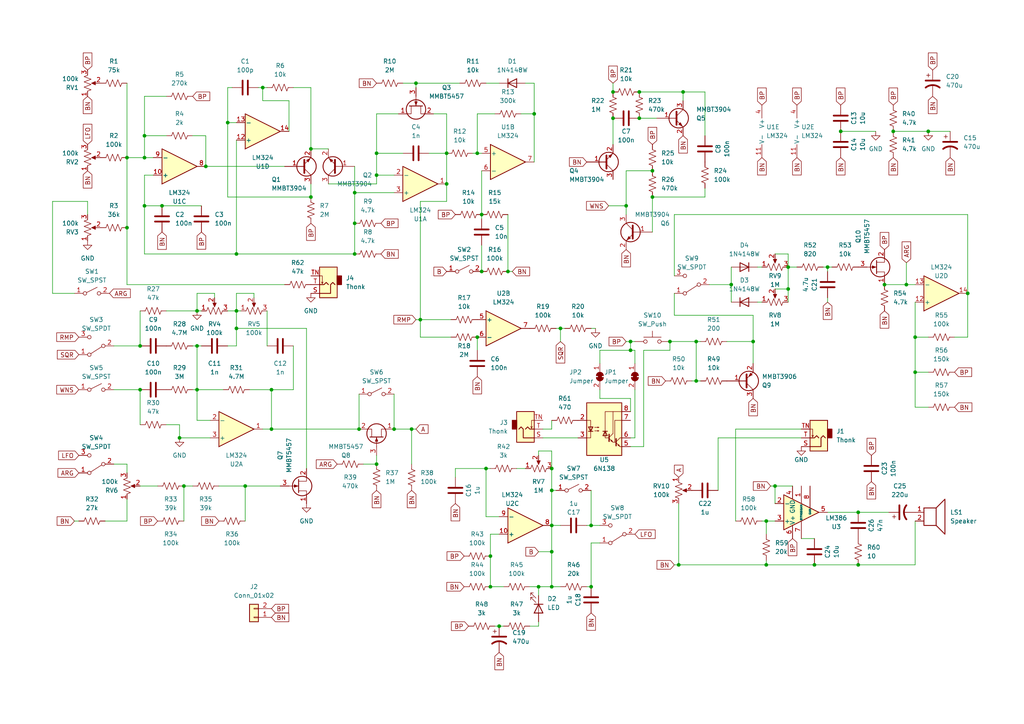
<source format=kicad_sch>
(kicad_sch (version 20230121) (generator eeschema)
  (paper "A4")
  (junction (at 138.43 97.79))
  (junction (at 265.43 107.95))
  (junction (at 109.22 134.62))
  (junction (at 256.54 82.55))
  (junction (at 182.88 99.06))
  (junction (at 119.38 124.46))
  (junction (at 228.6 77.47))
  (junction (at 218.44 99.06))
  (junction (at 78.74 124.46))
  (junction (at 171.45 170.18))
  (junction (at 269.24 38.1))
  (junction (at 129.54 44.45))
  (junction (at 212.09 82.55))
  (junction (at 121.92 92.71))
  (junction (at 109.22 50.8))
  (junction (at 224.79 140.97))
  (junction (at 228.6 83.82))
  (junction (at 198.12 26.67))
  (junction (at 265.43 97.79))
  (junction (at 147.32 78.74))
  (junction (at 76.2 25.4))
  (junction (at 177.8 34.29))
  (junction (at 68.58 95.25))
  (junction (at 171.45 152.4))
  (junction (at 36.83 45.72))
  (junction (at 162.56 95.25))
  (junction (at 68.58 90.17))
  (junction (at 160.02 160.02))
  (junction (at 57.15 113.03))
  (junction (at 57.15 90.17))
  (junction (at 90.17 57.15))
  (junction (at 259.08 38.1))
  (junction (at 142.24 161.29))
  (junction (at 129.54 53.34))
  (junction (at 181.61 59.69))
  (junction (at 36.83 66.04))
  (junction (at 66.04 35.56))
  (junction (at 120.65 24.13))
  (junction (at 160.02 152.4))
  (junction (at 41.91 59.69))
  (junction (at 40.64 113.03))
  (junction (at 142.24 170.18))
  (junction (at 104.14 124.46))
  (junction (at 41.91 45.72))
  (junction (at 139.7 78.74))
  (junction (at 114.3 124.46))
  (junction (at 243.84 38.1))
  (junction (at 189.23 49.53))
  (junction (at 236.22 163.83))
  (junction (at 102.87 55.88))
  (junction (at 160.02 135.89))
  (junction (at 177.8 26.67))
  (junction (at 262.89 82.55))
  (junction (at 185.42 34.29))
  (junction (at 68.58 73.66))
  (junction (at 102.87 64.77))
  (junction (at 201.93 110.49))
  (junction (at 57.15 100.33))
  (junction (at 196.85 163.83))
  (junction (at 222.25 151.13))
  (junction (at 102.87 73.66))
  (junction (at 71.12 140.97))
  (junction (at 40.64 100.33))
  (junction (at 41.91 39.37))
  (junction (at 156.21 170.18))
  (junction (at 185.42 26.67))
  (junction (at 194.31 99.06))
  (junction (at 154.94 33.02))
  (junction (at 140.97 135.89))
  (junction (at 222.25 163.83))
  (junction (at 90.17 43.18))
  (junction (at 248.92 163.83))
  (junction (at 59.69 48.26))
  (junction (at 144.78 181.61))
  (junction (at 53.34 140.97))
  (junction (at 139.7 62.23))
  (junction (at 201.93 99.06))
  (junction (at 280.67 85.09))
  (junction (at 189.23 57.15))
  (junction (at 182.88 101.6))
  (junction (at 109.22 44.45))
  (junction (at 248.92 148.59))
  (junction (at 160.02 170.18))
  (junction (at 52.07 127))
  (junction (at 78.74 113.03))
  (junction (at 138.43 44.45))
  (junction (at 160.02 142.24))
  (junction (at 46.99 59.69))
  (junction (at 240.03 77.47))
  (wire (pts (xy 156.21 160.02) (xy 160.02 160.02)))
  (wire (pts (xy 153.67 170.18) (xy 156.21 170.18)))
  (wire (pts (xy 57.15 100.33) (xy 58.42 100.33)))
  (wire (pts (xy 77.47 90.17) (xy 77.47 100.33)))
  (wire (pts (xy 224.79 73.66) (xy 228.6 73.66)))
  (wire (pts (xy 119.38 124.46) (xy 120.65 124.46)))
  (wire (pts (xy 52.07 127) (xy 60.96 127)))
  (wire (pts (xy 36.83 144.78) (xy 36.83 151.13)))
  (wire (pts (xy 228.6 77.47) (xy 231.14 77.47)))
  (wire (pts (xy 160.02 170.18) (xy 160.02 160.02)))
  (wire (pts (xy 41.91 59.69) (xy 46.99 59.69)))
  (wire (pts (xy 186.69 101.6) (xy 186.69 129.54)))
  (wire (pts (xy 240.03 86.36) (xy 240.03 87.63)))
  (wire (pts (xy 184.15 113.03) (xy 184.15 127)))
  (wire (pts (xy 200.66 110.49) (xy 201.93 110.49)))
  (wire (pts (xy 213.36 151.13) (xy 213.36 124.46)))
  (wire (pts (xy 171.45 152.4) (xy 170.18 152.4)))
  (wire (pts (xy 57.15 113.03) (xy 55.88 113.03)))
  (wire (pts (xy 160.02 142.24) (xy 160.02 152.4)))
  (wire (pts (xy 152.4 24.13) (xy 154.94 24.13)))
  (wire (pts (xy 85.09 25.4) (xy 90.17 25.4)))
  (wire (pts (xy 222.25 151.13) (xy 222.25 154.94)))
  (wire (pts (xy 212.09 82.55) (xy 212.09 87.63)))
  (wire (pts (xy 140.97 135.89) (xy 132.08 135.89)))
  (wire (pts (xy 186.69 129.54) (xy 182.88 129.54)))
  (wire (pts (xy 170.18 170.18) (xy 171.45 170.18)))
  (wire (pts (xy 160.02 124.46) (xy 157.48 124.46)))
  (wire (pts (xy 78.74 113.03) (xy 72.39 113.03)))
  (wire (pts (xy 57.15 121.92) (xy 57.15 113.03)))
  (wire (pts (xy 30.48 151.13) (xy 36.83 151.13)))
  (wire (pts (xy 280.67 62.23) (xy 195.58 62.23)))
  (wire (pts (xy 71.12 140.97) (xy 71.12 151.13)))
  (wire (pts (xy 228.6 83.82) (xy 228.6 87.63)))
  (wire (pts (xy 132.08 135.89) (xy 132.08 138.43)))
  (wire (pts (xy 83.82 29.21) (xy 76.2 29.21)))
  (wire (pts (xy 160.02 170.18) (xy 162.56 170.18)))
  (wire (pts (xy 153.67 181.61) (xy 156.21 181.61)))
  (wire (pts (xy 218.44 91.44) (xy 218.44 99.06)))
  (wire (pts (xy 265.43 97.79) (xy 265.43 107.95)))
  (wire (pts (xy 102.87 73.66) (xy 102.87 64.77)))
  (wire (pts (xy 57.15 113.03) (xy 64.77 113.03)))
  (wire (pts (xy 102.87 55.88) (xy 114.3 55.88)))
  (wire (pts (xy 181.61 59.69) (xy 181.61 49.53)))
  (wire (pts (xy 71.12 140.97) (xy 81.28 140.97)))
  (wire (pts (xy 41.91 45.72) (xy 44.45 45.72)))
  (wire (pts (xy 41.91 73.66) (xy 41.91 59.69)))
  (wire (pts (xy 222.25 151.13) (xy 224.79 151.13)))
  (wire (pts (xy 173.99 101.6) (xy 182.88 101.6)))
  (wire (pts (xy 265.43 163.83) (xy 248.92 163.83)))
  (wire (pts (xy 280.67 85.09) (xy 280.67 62.23)))
  (wire (pts (xy 265.43 87.63) (xy 265.43 97.79)))
  (wire (pts (xy 109.22 53.34) (xy 109.22 50.8)))
  (wire (pts (xy 198.12 29.21) (xy 198.12 26.67)))
  (wire (pts (xy 259.08 38.1) (xy 269.24 38.1)))
  (wire (pts (xy 52.07 123.19) (xy 52.07 127)))
  (wire (pts (xy 205.74 82.55) (xy 212.09 82.55)))
  (wire (pts (xy 36.83 45.72) (xy 41.91 45.72)))
  (wire (pts (xy 262.89 82.55) (xy 265.43 82.55)))
  (wire (pts (xy 280.67 97.79) (xy 280.67 85.09)))
  (wire (pts (xy 240.03 77.47) (xy 241.3 77.47)))
  (wire (pts (xy 182.88 99.06) (xy 184.15 99.06)))
  (wire (pts (xy 85.09 113.03) (xy 78.74 113.03)))
  (wire (pts (xy 102.87 55.88) (xy 102.87 48.26)))
  (wire (pts (xy 76.2 25.4) (xy 77.47 25.4)))
  (wire (pts (xy 248.92 148.59) (xy 257.81 148.59)))
  (wire (pts (xy 243.84 38.1) (xy 254 38.1)))
  (wire (pts (xy 218.44 99.06) (xy 210.82 99.06)))
  (wire (pts (xy 41.91 50.8) (xy 44.45 50.8)))
  (wire (pts (xy 240.03 148.59) (xy 248.92 148.59)))
  (wire (pts (xy 142.24 170.18) (xy 146.05 170.18)))
  (wire (pts (xy 212.09 77.47) (xy 212.09 82.55)))
  (wire (pts (xy 147.32 78.74) (xy 148.59 78.74)))
  (wire (pts (xy 218.44 105.41) (xy 218.44 99.06)))
  (wire (pts (xy 184.15 101.6) (xy 182.88 101.6)))
  (wire (pts (xy 139.7 44.45) (xy 138.43 44.45)))
  (wire (pts (xy 204.47 26.67) (xy 198.12 26.67)))
  (wire (pts (xy 116.84 24.13) (xy 120.65 24.13)))
  (wire (pts (xy 57.15 100.33) (xy 57.15 113.03)))
  (wire (pts (xy 62.23 85.09) (xy 62.23 86.36)))
  (wire (pts (xy 21.59 151.13) (xy 22.86 151.13)))
  (wire (pts (xy 59.69 39.37) (xy 59.69 48.26)))
  (wire (pts (xy 115.57 33.02) (xy 109.22 33.02)))
  (wire (pts (xy 41.91 39.37) (xy 41.91 45.72)))
  (wire (pts (xy 138.43 44.45) (xy 137.16 44.45)))
  (wire (pts (xy 48.26 123.19) (xy 52.07 123.19)))
  (wire (pts (xy 181.61 62.23) (xy 181.61 59.69)))
  (wire (pts (xy 73.66 85.09) (xy 73.66 86.36)))
  (wire (pts (xy 222.25 163.83) (xy 236.22 163.83)))
  (wire (pts (xy 55.88 39.37) (xy 59.69 39.37)))
  (wire (pts (xy 228.6 77.47) (xy 228.6 83.82)))
  (wire (pts (xy 232.41 156.21) (xy 236.22 156.21)))
  (wire (pts (xy 114.3 114.3) (xy 114.3 124.46)))
  (wire (pts (xy 139.7 63.5) (xy 139.7 62.23)))
  (wire (pts (xy 162.56 95.25) (xy 162.56 99.06)))
  (wire (pts (xy 171.45 152.4) (xy 173.99 152.4)))
  (wire (pts (xy 85.09 100.33) (xy 85.09 113.03)))
  (wire (pts (xy 182.88 127) (xy 184.15 127)))
  (wire (pts (xy 138.43 97.79) (xy 138.43 101.6)))
  (wire (pts (xy 154.94 24.13) (xy 154.94 33.02)))
  (wire (pts (xy 269.24 38.1) (xy 275.59 38.1)))
  (wire (pts (xy 144.78 181.61) (xy 146.05 181.61)))
  (wire (pts (xy 181.61 49.53) (xy 189.23 49.53)))
  (wire (pts (xy 160.02 160.02) (xy 160.02 152.4)))
  (wire (pts (xy 171.45 142.24) (xy 171.45 152.4)))
  (wire (pts (xy 142.24 154.94) (xy 144.78 154.94)))
  (wire (pts (xy 143.51 33.02) (xy 138.43 33.02)))
  (wire (pts (xy 40.64 140.97) (xy 45.72 140.97)))
  (wire (pts (xy 102.87 64.77) (xy 102.87 55.88)))
  (wire (pts (xy 140.97 149.86) (xy 140.97 135.89)))
  (wire (pts (xy 46.99 59.69) (xy 58.42 59.69)))
  (wire (pts (xy 173.99 101.6) (xy 173.99 105.41)))
  (wire (pts (xy 36.83 134.62) (xy 33.02 134.62)))
  (wire (pts (xy 124.46 44.45) (xy 129.54 44.45)))
  (wire (pts (xy 229.87 140.97) (xy 224.79 140.97)))
  (wire (pts (xy 219.71 77.47) (xy 220.98 77.47)))
  (wire (pts (xy 198.12 26.67) (xy 185.42 26.67)))
  (wire (pts (xy 59.69 48.26) (xy 82.55 48.26)))
  (wire (pts (xy 129.54 44.45) (xy 129.54 53.34)))
  (wire (pts (xy 224.79 140.97) (xy 224.79 146.05)))
  (wire (pts (xy 156.21 132.08) (xy 156.21 130.81)))
  (wire (pts (xy 88.9 135.89) (xy 88.9 95.25)))
  (wire (pts (xy 160.02 142.24) (xy 161.29 142.24)))
  (wire (pts (xy 228.6 73.66) (xy 228.6 77.47)))
  (wire (pts (xy 176.53 59.69) (xy 181.61 59.69)))
  (wire (pts (xy 151.13 33.02) (xy 154.94 33.02)))
  (wire (pts (xy 40.64 113.03) (xy 40.64 123.19)))
  (wire (pts (xy 222.25 163.83) (xy 222.25 162.56)))
  (wire (pts (xy 57.15 100.33) (xy 55.88 100.33)))
  (wire (pts (xy 121.92 97.79) (xy 121.92 92.71)))
  (wire (pts (xy 194.31 101.6) (xy 194.31 99.06)))
  (wire (pts (xy 162.56 95.25) (xy 161.29 95.25)))
  (wire (pts (xy 105.41 134.62) (xy 109.22 134.62)))
  (wire (pts (xy 172.72 95.25) (xy 171.45 95.25)))
  (wire (pts (xy 213.36 124.46) (xy 232.41 124.46)))
  (wire (pts (xy 220.98 151.13) (xy 222.25 151.13)))
  (wire (pts (xy 119.38 124.46) (xy 114.3 124.46)))
  (wire (pts (xy 83.82 38.1) (xy 83.82 29.21)))
  (wire (pts (xy 236.22 163.83) (xy 248.92 163.83)))
  (wire (pts (xy 182.88 115.57) (xy 182.88 119.38)))
  (wire (pts (xy 177.8 34.29) (xy 177.8 41.91)))
  (wire (pts (xy 160.02 130.81) (xy 160.02 135.89)))
  (wire (pts (xy 63.5 140.97) (xy 71.12 140.97)))
  (wire (pts (xy 41.91 27.94) (xy 41.91 39.37)))
  (wire (pts (xy 201.93 110.49) (xy 203.2 110.49)))
  (wire (pts (xy 203.2 99.06) (xy 201.93 99.06)))
  (wire (pts (xy 57.15 85.09) (xy 57.15 90.17)))
  (wire (pts (xy 256.54 82.55) (xy 262.89 82.55)))
  (wire (pts (xy 185.42 34.29) (xy 190.5 34.29)))
  (wire (pts (xy 139.7 71.12) (xy 139.7 78.74)))
  (wire (pts (xy 57.15 90.17) (xy 58.42 90.17)))
  (wire (pts (xy 66.04 35.56) (xy 66.04 25.4)))
  (wire (pts (xy 68.58 73.66) (xy 102.87 73.66)))
  (wire (pts (xy 82.55 82.55) (xy 36.83 82.55)))
  (wire (pts (xy 186.69 101.6) (xy 194.31 101.6)))
  (wire (pts (xy 149.86 135.89) (xy 152.4 135.89)))
  (wire (pts (xy 60.96 121.92) (xy 57.15 121.92)))
  (wire (pts (xy 90.17 43.18) (xy 95.25 43.18)))
  (wire (pts (xy 76.2 124.46) (xy 78.74 124.46)))
  (wire (pts (xy 15.24 85.09) (xy 21.59 85.09)))
  (wire (pts (xy 66.04 57.15) (xy 90.17 57.15)))
  (wire (pts (xy 25.4 58.42) (xy 25.4 62.23)))
  (wire (pts (xy 196.85 146.05) (xy 196.85 163.83)))
  (wire (pts (xy 160.02 152.4) (xy 162.56 152.4)))
  (wire (pts (xy 182.88 101.6) (xy 182.88 99.06)))
  (wire (pts (xy 194.31 99.06) (xy 201.93 99.06)))
  (wire (pts (xy 129.54 33.02) (xy 129.54 44.45)))
  (wire (pts (xy 90.17 57.15) (xy 90.17 53.34)))
  (wire (pts (xy 53.34 140.97) (xy 53.34 151.13)))
  (wire (pts (xy 129.54 58.42) (xy 121.92 58.42)))
  (wire (pts (xy 196.85 163.83) (xy 222.25 163.83)))
  (wire (pts (xy 48.26 27.94) (xy 41.91 27.94)))
  (wire (pts (xy 62.23 85.09) (xy 57.15 85.09)))
  (wire (pts (xy 120.65 92.71) (xy 121.92 92.71)))
  (wire (pts (xy 120.65 24.13) (xy 120.65 25.4)))
  (wire (pts (xy 142.24 135.89) (xy 140.97 135.89)))
  (wire (pts (xy 265.43 107.95) (xy 265.43 118.11)))
  (wire (pts (xy 232.41 127) (xy 208.28 127)))
  (wire (pts (xy 144.78 149.86) (xy 140.97 149.86)))
  (wire (pts (xy 36.83 24.13) (xy 36.83 45.72)))
  (wire (pts (xy 163.83 95.25) (xy 162.56 95.25)))
  (wire (pts (xy 265.43 151.13) (xy 265.43 163.83)))
  (wire (pts (xy 142.24 161.29) (xy 142.24 154.94)))
  (wire (pts (xy 147.32 62.23) (xy 147.32 78.74)))
  (wire (pts (xy 68.58 90.17) (xy 68.58 95.25)))
  (wire (pts (xy 204.47 39.37) (xy 204.47 26.67)))
  (wire (pts (xy 68.58 35.56) (xy 66.04 35.56)))
  (wire (pts (xy 144.78 24.13) (xy 140.97 24.13)))
  (wire (pts (xy 36.83 82.55) (xy 36.83 66.04)))
  (wire (pts (xy 73.66 85.09) (xy 68.58 85.09)))
  (wire (pts (xy 189.23 67.31) (xy 189.23 57.15)))
  (wire (pts (xy 177.8 24.13) (xy 177.8 26.67)))
  (wire (pts (xy 195.58 62.23) (xy 195.58 80.01)))
  (wire (pts (xy 109.22 44.45) (xy 109.22 50.8)))
  (wire (pts (xy 195.58 163.83) (xy 196.85 163.83)))
  (wire (pts (xy 41.91 59.69) (xy 41.91 50.8)))
  (wire (pts (xy 40.64 90.17) (xy 40.64 100.33)))
  (wire (pts (xy 53.34 140.97) (xy 55.88 140.97)))
  (wire (pts (xy 184.15 105.41) (xy 184.15 101.6)))
  (wire (pts (xy 171.45 157.48) (xy 173.99 157.48)))
  (wire (pts (xy 66.04 90.17) (xy 68.58 90.17)))
  (wire (pts (xy 195.58 85.09) (xy 195.58 91.44)))
  (wire (pts (xy 276.86 97.79) (xy 280.67 97.79)))
  (wire (pts (xy 121.92 92.71) (xy 130.81 92.71)))
  (wire (pts (xy 33.02 113.03) (xy 40.64 113.03)))
  (wire (pts (xy 154.94 33.02) (xy 154.94 46.99)))
  (wire (pts (xy 15.24 58.42) (xy 15.24 85.09)))
  (wire (pts (xy 68.58 40.64) (xy 68.58 73.66)))
  (wire (pts (xy 143.51 181.61) (xy 144.78 181.61)))
  (wire (pts (xy 121.92 58.42) (xy 121.92 92.71)))
  (wire (pts (xy 265.43 97.79) (xy 269.24 97.79)))
  (wire (pts (xy 76.2 29.21) (xy 76.2 25.4)))
  (wire (pts (xy 66.04 35.56) (xy 66.04 57.15)))
  (wire (pts (xy 109.22 132.08) (xy 109.22 134.62)))
  (wire (pts (xy 66.04 100.33) (xy 68.58 100.33)))
  (wire (pts (xy 48.26 90.17) (xy 57.15 90.17)))
  (wire (pts (xy 201.93 99.06) (xy 201.93 110.49)))
  (wire (pts (xy 109.22 50.8) (xy 114.3 50.8)))
  (wire (pts (xy 68.58 95.25) (xy 68.58 100.33)))
  (wire (pts (xy 68.58 73.66) (xy 41.91 73.66)))
  (wire (pts (xy 33.02 100.33) (xy 40.64 100.33)))
  (wire (pts (xy 139.7 49.53) (xy 139.7 62.23)))
  (wire (pts (xy 125.73 33.02) (xy 129.54 33.02)))
  (wire (pts (xy 104.14 114.3) (xy 104.14 124.46)))
  (wire (pts (xy 189.23 57.15) (xy 204.47 57.15)))
  (wire (pts (xy 68.58 90.17) (xy 69.85 90.17)))
  (wire (pts (xy 156.21 170.18) (xy 160.02 170.18)))
  (wire (pts (xy 129.54 53.34) (xy 129.54 58.42)))
  (wire (pts (xy 265.43 118.11) (xy 269.24 118.11)))
  (wire (pts (xy 173.99 115.57) (xy 182.88 115.57)))
  (wire (pts (xy 74.93 25.4) (xy 76.2 25.4)))
  (wire (pts (xy 109.22 33.02) (xy 109.22 44.45)))
  (wire (pts (xy 208.28 127) (xy 208.28 142.24)))
  (wire (pts (xy 78.74 113.03) (xy 78.74 124.46)))
  (wire (pts (xy 195.58 91.44) (xy 218.44 91.44)))
  (wire (pts (xy 171.45 170.18) (xy 171.45 157.48)))
  (wire (pts (xy 265.43 107.95) (xy 269.24 107.95)))
  (wire (pts (xy 156.21 130.81) (xy 160.02 130.81)))
  (wire (pts (xy 238.76 77.47) (xy 240.03 77.47)))
  (wire (pts (xy 90.17 25.4) (xy 90.17 43.18)))
  (wire (pts (xy 160.02 135.89) (xy 160.02 142.24)))
  (wire (pts (xy 116.84 44.45) (xy 109.22 44.45)))
  (wire (pts (xy 262.89 76.2) (xy 262.89 82.55)))
  (wire (pts (xy 78.74 124.46) (xy 104.14 124.46)))
  (wire (pts (xy 88.9 95.25) (xy 68.58 95.25)))
  (wire (pts (xy 36.83 45.72) (xy 36.83 66.04)))
  (wire (pts (xy 223.52 140.97) (xy 224.79 140.97)))
  (wire (pts (xy 142.24 161.29) (xy 142.24 170.18)))
  (wire (pts (xy 119.38 134.62) (xy 119.38 124.46)))
  (wire (pts (xy 157.48 127) (xy 167.64 127)))
  (wire (pts (xy 130.81 97.79) (xy 121.92 97.79)))
  (wire (pts (xy 224.79 83.82) (xy 228.6 83.82)))
  (wire (pts (xy 68.58 85.09) (xy 68.58 90.17)))
  (wire (pts (xy 173.99 113.03) (xy 173.99 115.57)))
  (wire (pts (xy 41.91 39.37) (xy 48.26 39.37)))
  (wire (pts (xy 25.4 58.42) (xy 15.24 58.42)))
  (wire (pts (xy 240.03 77.47) (xy 240.03 78.74)))
  (wire (pts (xy 156.21 170.18) (xy 156.21 172.72)))
  (wire (pts (xy 156.21 181.61) (xy 156.21 180.34)))
  (wire (pts (xy 120.65 24.13) (xy 133.35 24.13)))
  (wire (pts (xy 36.83 137.16) (xy 36.83 134.62)))
  (wire (pts (xy 160.02 121.92) (xy 160.02 124.46)))
  (wire (pts (xy 219.71 87.63) (xy 220.98 87.63)))
  (wire (pts (xy 95.25 53.34) (xy 109.22 53.34)))
  (wire (pts (xy 138.43 33.02) (xy 138.43 44.45)))
  (wire (pts (xy 181.61 99.06) (xy 182.88 99.06)))
  (wire (pts (xy 204.47 57.15) (xy 204.47 54.61)))
  (wire (pts (xy 66.04 25.4) (xy 67.31 25.4)))
  (global_label "BP" (shape input) (at 55.88 27.94 0) (property "Intersheetrefs" "${INTERSHEET_REFS}" (effects hide)))
  (global_label "BN" (shape input) (at 276.86 118.11 0) (property "Intersheetrefs" "${INTERSHEET_REFS}" (effects hide)))
  (global_label "BP" (shape input) (at 252.73 132.08 90) (property "Intersheetrefs" "${INTERSHEET_REFS}" (effects hide)))
  (global_label "BN" (shape input) (at 240.03 87.63 270) (property "Intersheetrefs" "${INTERSHEET_REFS}" (effects hide)))
  (global_label "BN" (shape input) (at 256.54 90.17 270) (property "Intersheetrefs" "${INTERSHEET_REFS}" (effects hide)))
  (global_label "BN" (shape input) (at 25.4 27.94 270) (property "Intersheetrefs" "${INTERSHEET_REFS}" (effects hide)))
  (global_label "BN" (shape input) (at 193.04 110.49 180) (property "Intersheetrefs" "${INTERSHEET_REFS}" (effects hide)))
  (global_label "BN" (shape input) (at 231.14 45.72 270) (property "Intersheetrefs" "${INTERSHEET_REFS}" (effects hide)))
  (global_label "BP" (shape input) (at 135.89 181.61 180) (property "Intersheetrefs" "${INTERSHEET_REFS}" (effects hide)))
  (global_label "BN" (shape input) (at 46.99 67.31 270) (property "Intersheetrefs" "${INTERSHEET_REFS}" (effects hide)))
  (global_label "BN" (shape input) (at 148.59 78.74 0) (property "Intersheetrefs" "${INTERSHEET_REFS}" (effects hide)))
  (global_label "BN" (shape input) (at 132.08 146.05 270) (property "Intersheetrefs" "${INTERSHEET_REFS}" (effects hide)))
  (global_label "BP" (shape input) (at 220.98 30.48 90) (property "Intersheetrefs" "${INTERSHEET_REFS}" (effects hide)))
  (global_label "BN" (shape input) (at 171.45 177.8 270) (property "Intersheetrefs" "${INTERSHEET_REFS}" (effects hide)))
  (global_label "BP" (shape input) (at 243.84 30.48 90) (property "Intersheetrefs" "${INTERSHEET_REFS}" (effects hide)))
  (global_label "BP" (shape input) (at 45.72 151.13 180) (property "Intersheetrefs" "${INTERSHEET_REFS}" (effects hide)))
  (global_label "BP" (shape input) (at 259.08 30.48 90) (property "Intersheetrefs" "${INTERSHEET_REFS}" (effects hide)))
  (global_label "BN" (shape input) (at 181.61 72.39 270) (property "Intersheetrefs" "${INTERSHEET_REFS}" (effects hide)))
  (global_label "BN" (shape input) (at 119.38 142.24 270) (property "Intersheetrefs" "${INTERSHEET_REFS}" (effects hide)))
  (global_label "BN" (shape input) (at 252.73 139.7 270) (property "Intersheetrefs" "${INTERSHEET_REFS}" (effects hide)))
  (global_label "BP" (shape input) (at 132.08 62.23 180) (property "Intersheetrefs" "${INTERSHEET_REFS}" (effects hide)))
  (global_label "BN" (shape input) (at 259.08 45.72 270) (property "Intersheetrefs" "${INTERSHEET_REFS}" (effects hide)))
  (global_label "A" (shape input) (at 196.85 138.43 90) (property "Intersheetrefs" "${INTERSHEET_REFS}" (effects hide)))
  (global_label "BP" (shape input) (at 25.4 20.32 90) (property "Intersheetrefs" "${INTERSHEET_REFS}" (effects hide)))
  (global_label "BP" (shape input) (at 229.87 156.21 270) (property "Intersheetrefs" "${INTERSHEET_REFS}" (effects hide)))
  (global_label "SQR" (shape input) (at 162.56 99.06 270) (property "Intersheetrefs" "${INTERSHEET_REFS}" (effects hide)))
  (global_label "BN" (shape input) (at 144.78 189.23 270) (property "Intersheetrefs" "${INTERSHEET_REFS}" (effects hide)))
  (global_label "ARG" (shape input) (at 31.75 85.09 0) (property "Intersheetrefs" "${INTERSHEET_REFS}" (effects hide)))
  (global_label "RMP" (shape input) (at 22.86 97.79 180) (property "Intersheetrefs" "${INTERSHEET_REFS}" (effects hide)))
  (global_label "BN" (shape input) (at 110.49 73.66 0) (property "Intersheetrefs" "${INTERSHEET_REFS}" (effects hide)))
  (global_label "BN" (shape input) (at 21.59 151.13 180) (property "Intersheetrefs" "${INTERSHEET_REFS}" (effects hide)))
  (global_label "B" (shape input) (at 156.21 160.02 180) (property "Intersheetrefs" "${INTERSHEET_REFS}" (effects hide)))
  (global_label "BP" (shape input) (at 110.49 64.77 0) (property "Intersheetrefs" "${INTERSHEET_REFS}" (effects hide)))
  (global_label "BN" (shape input) (at 195.58 163.83 180) (property "Intersheetrefs" "${INTERSHEET_REFS}" (effects hide)))
  (global_label "BP" (shape input) (at 58.42 67.31 270) (property "Intersheetrefs" "${INTERSHEET_REFS}" (effects hide)))
  (global_label "LFO" (shape input) (at 184.15 154.94 0) (property "Intersheetrefs" "${INTERSHEET_REFS}" (effects hide)))
  (global_label "ARG" (shape input) (at 22.86 137.16 180) (property "Intersheetrefs" "${INTERSHEET_REFS}" (effects hide)))
  (global_label "WNS" (shape input) (at 176.53 59.69 180) (property "Intersheetrefs" "${INTERSHEET_REFS}" (effects hide)))
  (global_label "BN" (shape input) (at 134.62 170.18 180) (property "Intersheetrefs" "${INTERSHEET_REFS}" (effects hide)))
  (global_label "BN" (shape input) (at 198.12 39.37 270) (property "Intersheetrefs" "${INTERSHEET_REFS}" (effects hide)))
  (global_label "BN" (shape input) (at 220.98 45.72 270) (property "Intersheetrefs" "${INTERSHEET_REFS}" (effects hide)))
  (global_label "A" (shape input) (at 120.65 124.46 0) (property "Intersheetrefs" "${INTERSHEET_REFS}" (effects hide)))
  (global_label "SQR" (shape input) (at 22.86 102.87 180) (property "Intersheetrefs" "${INTERSHEET_REFS}" (effects hide)))
  (global_label "BP" (shape input) (at 78.74 176.53 0) (property "Intersheetrefs" "${INTERSHEET_REFS}" (effects hide)))
  (global_label "BN" (shape input) (at 25.4 49.53 270) (property "Intersheetrefs" "${INTERSHEET_REFS}" (effects hide)))
  (global_label "ARG" (shape input) (at 262.89 76.2 90) (property "Intersheetrefs" "${INTERSHEET_REFS}" (effects hide)))
  (global_label "ARG" (shape input) (at 97.79 134.62 180) (property "Intersheetrefs" "${INTERSHEET_REFS}" (effects hide)))
  (global_label "BN" (shape input) (at 218.44 115.57 270) (property "Intersheetrefs" "${INTERSHEET_REFS}" (effects hide)))
  (global_label "BN" (shape input) (at 223.52 140.97 180) (property "Intersheetrefs" "${INTERSHEET_REFS}" (effects hide)))
  (global_label "BP" (shape input) (at 181.61 99.06 180) (property "Intersheetrefs" "${INTERSHEET_REFS}" (effects hide)))
  (global_label "BP" (shape input) (at 231.14 30.48 90) (property "Intersheetrefs" "${INTERSHEET_REFS}" (effects hide)))
  (global_label "LFO" (shape input) (at 22.86 132.08 180) (property "Intersheetrefs" "${INTERSHEET_REFS}" (effects hide)))
  (global_label "B" (shape input) (at 129.54 78.74 180) (property "Intersheetrefs" "${INTERSHEET_REFS}" (effects hide)))
  (global_label "BN" (shape input) (at 170.18 46.99 180) (property "Intersheetrefs" "${INTERSHEET_REFS}" (effects hide)))
  (global_label "BP" (shape input) (at 177.8 24.13 90) (property "Intersheetrefs" "${INTERSHEET_REFS}" (effects hide)))
  (global_label "WNS" (shape input) (at 22.86 113.03 180) (property "Intersheetrefs" "${INTERSHEET_REFS}" (effects hide)))
  (global_label "BP" (shape input) (at 90.17 64.77 270) (property "Intersheetrefs" "${INTERSHEET_REFS}" (effects hide)))
  (global_label "BP" (shape input) (at 189.23 41.91 90) (property "Intersheetrefs" "${INTERSHEET_REFS}" (effects hide)))
  (global_label "RMP" (shape input) (at 120.65 92.71 180) (property "Intersheetrefs" "${INTERSHEET_REFS}" (effects hide)))
  (global_label "BP" (shape input) (at 134.62 161.29 180) (property "Intersheetrefs" "${INTERSHEET_REFS}" (effects hide)))
  (global_label "BP" (shape input) (at 256.54 72.39 90) (property "Intersheetrefs" "${INTERSHEET_REFS}" (effects hide)))
  (global_label "BN" (shape input) (at 109.22 142.24 270) (property "Intersheetrefs" "${INTERSHEET_REFS}" (effects hide)))
  (global_label "BN" (shape input) (at 138.43 109.22 270) (property "Intersheetrefs" "${INTERSHEET_REFS}" (effects hide)))
  (global_label "BN" (shape input) (at 243.84 45.72 270) (property "Intersheetrefs" "${INTERSHEET_REFS}" (effects hide)))
  (global_label "BN" (shape input) (at 109.22 24.13 180) (property "Intersheetrefs" "${INTERSHEET_REFS}" (effects hide)))
  (global_label "BN" (shape input) (at 270.51 27.94 270) (property "Intersheetrefs" "${INTERSHEET_REFS}" (effects hide)))
  (global_label "BN" (shape input) (at 78.74 179.07 0) (property "Intersheetrefs" "${INTERSHEET_REFS}" (effects hide)))
  (global_label "BN" (shape input) (at 275.59 45.72 270) (property "Intersheetrefs" "${INTERSHEET_REFS}" (effects hide)))
  (global_label "BP" (shape input) (at 276.86 107.95 0) (property "Intersheetrefs" "${INTERSHEET_REFS}" (effects hide)))
  (global_label "LFO" (shape input) (at 25.4 41.91 90) (property "Intersheetrefs" "${INTERSHEET_REFS}" (effects hide)))
  (global_label "BP" (shape input) (at 270.51 20.32 90) (property "Intersheetrefs" "${INTERSHEET_REFS}" (effects hide)))
  (global_label "BN" (shape input) (at 63.5 151.13 180) (property "Intersheetrefs" "${INTERSHEET_REFS}" (effects hide)))
  (symbol (lib_id "Connector_Audio:AudioJack2_SwitchT") (at 237.49 127 180) (unit 1)
    (property "Reference" "J1" (at 242.57 125.095 0) (effects (justify right)))
    (property "Value" "Thonk" (at 242.57 127.635 0) (effects (justify right)))
    (property "Footprint" "AudioJacks:Jack_3.5mm_QingPu_WQP-PJ301M-12_Vertical" (effects hide))
  )
  (symbol (lib_id "Transistor_BJT:MMBT3904") (at 195.58 34.29 0) (unit 1)
    (property "Reference" "Q5" (at 201.93 34.29 0) (effects (justify left)))
    (property "Value" "MMBT3904" (at 201.93 31.75 0) (effects (justify left)))
    (property "Footprint" "Package_TO_SOT_SMD:SOT-23" (effects hide))
    (property "Datasheet" "https://www.onsemi.com/pdf/datasheet/pzt3904-d.pdf" (effects hide))
  )
  (symbol (lib_id "Device:R_US") (at 26.67 151.13 90) (unit 1)
    (property "Reference" "R32" (at 26.67 144.78 90))
    (property "Value" "27k" (at 26.67 147.32 90))
    (property "Footprint" "Resistor_SMD:R_0603_1608Metric" (effects hide))
  )
  (symbol (lib_id "Amplifier_Operational:LM324") (at 68.58 124.46 0) (mirror x) (unit 1)
    (property "Reference" "U2" (at 68.58 134.62 0))
    (property "Value" "LM324" (at 68.58 132.08 0))
    (property "Footprint" "Package_SO:SOIC-14_3.9x8.7mm_P1.27mm" (effects hide))
    (property "Datasheet" "http://www.ti.com/lit/ds/symlink/lm2902-n.pdf" (effects hide))
  )
  (symbol (lib_id "Switch:SW_SPDT") (at 179.07 154.94 180) (unit 1)
    (property "Reference" "SW8" (at 179.07 147.32 0))
    (property "Value" "SW_SPDT" (at 179.07 149.86 0))
    (property "Footprint" "PCM_4ms_Switch:Switch_Toggle_SPDT_Mini_SolderLug" (effects hide))
  )
  (symbol (lib_id "Device:R_US") (at 106.68 64.77 270) (unit 1)
    (property "Reference" "R9" (at 106.68 58.42 90))
    (property "Value" "4.7k" (at 106.68 60.96 90))
    (property "Footprint" "Resistor_SMD:R_0603_1608Metric" (effects hide))
  )
  (symbol (lib_id "Device:R_Potentiometer_US") (at 25.4 45.72 0) (mirror x) (unit 1)
    (property "Reference" "RV2" (at 22.86 46.99 0) (effects (justify right)))
    (property "Value" "100k" (at 22.86 44.45 0) (effects (justify right)))
    (property "Footprint" "Potentiometer_THT:Potentiometer_Alpha_RD901F-40-00D_Single_Vertical" (effects hide))
  )
  (symbol (lib_id "Device:R_US") (at 167.64 95.25 270) (unit 1)
    (property "Reference" "R20" (at 167.64 88.9 90))
    (property "Value" "10k" (at 167.64 91.44 90))
    (property "Footprint" "Resistor_SMD:R_0603_1608Metric" (effects hide))
  )
  (symbol (lib_id "Device:R_US") (at 52.07 100.33 90) (unit 1)
    (property "Reference" "R28" (at 52.07 93.98 90))
    (property "Value" "4.7M" (at 52.07 96.52 90))
    (property "Footprint" "Resistor_SMD:R_0603_1608Metric" (effects hide))
  )
  (symbol (lib_id "Device:R_US") (at 44.45 123.19 90) (unit 1)
    (property "Reference" "R30" (at 44.45 116.84 90))
    (property "Value" "47k" (at 44.45 119.38 90))
    (property "Footprint" "Resistor_SMD:R_0603_1608Metric" (effects hide))
  )
  (symbol (lib_id "Device:R_US") (at 33.02 66.04 90) (unit 1)
    (property "Reference" "R3" (at 33.02 59.69 90))
    (property "Value" "36k" (at 33.02 62.23 90))
    (property "Footprint" "Resistor_SMD:R_0603_1608Metric" (effects hide))
  )
  (symbol (lib_id "Diode:1N4148W") (at 148.59 24.13 0) (unit 1)
    (property "Reference" "D1" (at 148.59 17.78 0))
    (property "Value" "1N4148W" (at 148.59 20.32 0))
    (property "Footprint" "Diode_SMD:D_SOD-123" (effects hide))
    (property "Datasheet" "https://www.vishay.com/docs/85748/1n4148w.pdf" (effects hide))
    (property "Sim.Device" "D" (effects hide))
    (property "Sim.Pins" "1=K 2=A" (effects hide))
  )
  (symbol (lib_id "Device:C") (at 46.99 63.5 180) (unit 1)
    (property "Reference" "C2" (at 50.8 62.23 0) (effects (justify right)))
    (property "Value" "100n" (at 50.8 64.77 0) (effects (justify right)))
    (property "Footprint" "Capacitor_SMD:C_0603_1608Metric" (effects hide))
  )
  (symbol (lib_id "Device:C") (at 44.45 100.33 270) (unit 1)
    (property "Reference" "C9" (at 44.45 92.71 90))
    (property "Value" "100n" (at 44.45 95.25 90))
    (property "Footprint" "Capacitor_SMD:C_0603_1608Metric" (effects hide))
  )
  (symbol (lib_id "Diode:1N4148W") (at 215.9 77.47 180) (unit 1)
    (property "Reference" "D4" (at 215.9 71.12 0))
    (property "Value" "1N4148W" (at 215.9 73.66 0))
    (property "Footprint" "Diode_SMD:D_SOD-123" (effects hide))
    (property "Datasheet" "https://www.vishay.com/docs/85748/1n4148w.pdf" (effects hide))
    (property "Sim.Device" "D" (effects hide))
    (property "Sim.Pins" "1=K 2=A" (effects hide))
  )
  (symbol (lib_id "Device:C") (at 139.7 67.31 180) (unit 1)
    (property "Reference" "C5" (at 143.51 66.04 0) (effects (justify right)))
    (property "Value" "10n" (at 143.51 68.58 0) (effects (justify right)))
    (property "Footprint" "Capacitor_SMD:C_0603_1608Metric" (effects hide))
  )
  (symbol (lib_id "Device:R_Potentiometer_US") (at 224.79 77.47 90) (unit 1)
    (property "Reference" "RV9" (at 224.79 80.01 90))
    (property "Value" "1M" (at 224.79 82.55 90))
    (property "Footprint" "Potentiometer_THT:Potentiometer_Alpha_RD901F-40-00D_Single_Vertical" (effects hide))
  )
  (symbol (lib_id "Transistor_FET:BF545A") (at 109.22 127 90) (unit 1)
    (property "Reference" "Q8" (at 100.33 132.08 90))
    (property "Value" "MMBT5457" (at 100.33 129.54 90))
    (property "Footprint" "Package_TO_SOT_SMD:SOT-23" (effects hide))
    (property "Datasheet" "https://www.nxp.com/docs/en/data-sheet/BF545A_BF545B_BF545C.pdf" (effects hide))
  )
  (symbol (lib_id "Device:R_US") (at 177.8 30.48 0) (unit 1)
    (property "Reference" "R22" (at 171.45 29.21 0) (effects (justify left)))
    (property "Value" "1M" (at 171.45 31.75 0) (effects (justify left)))
    (property "Footprint" "Resistor_SMD:R_0603_1608Metric" (effects hide))
  )
  (symbol (lib_id "Amplifier_Operational:LM324") (at 52.07 48.26 0) (mirror x) (unit 3)
    (property "Reference" "U1" (at 52.07 58.42 0))
    (property "Value" "LM324" (at 52.07 55.88 0))
    (property "Footprint" "Package_SO:SOIC-14_3.9x8.7mm_P1.27mm" (effects hide))
    (property "Datasheet" "http://www.ti.com/lit/ds/symlink/lm2902-n.pdf" (effects hide))
  )
  (symbol (lib_id "Device:C") (at 120.65 44.45 90) (unit 1)
    (property "Reference" "C4" (at 120.65 36.83 90))
    (property "Value" "1n" (at 120.65 39.37 90))
    (property "Footprint" "Capacitor_SMD:C_0603_1608Metric" (effects hide))
  )
  (symbol (lib_id "power:GND") (at 254 38.1 0) (unit 1)
    (property "Reference" "#PWR06" (effects hide))
    (property "Value" "GND" (at 254 43.18 0))
  )
  (symbol (lib_id "Device:R_US") (at 133.35 44.45 270) (unit 1)
    (property "Reference" "R12" (at 133.35 38.1 90))
    (property "Value" "10k" (at 133.35 40.64 90))
    (property "Footprint" "Resistor_SMD:R_0603_1608Metric" (effects hide))
  )
  (symbol (lib_id "Amplifier_Operational:LM324") (at 76.2 38.1 0) (mirror x) (unit 4)
    (property "Reference" "U1" (at 76.2 48.26 0))
    (property "Value" "LM324" (at 76.2 45.72 0))
    (property "Footprint" "Package_SO:SOIC-14_3.9x8.7mm_P1.27mm" (effects hide))
    (property "Datasheet" "http://www.ti.com/lit/ds/symlink/lm2902-n.pdf" (effects hide))
  )
  (symbol (lib_id "Transistor_BJT:MMBT3904") (at 97.79 48.26 180) (unit 1)
    (property "Reference" "Q2" (at 107.95 50.8 0) (effects (justify left)))
    (property "Value" "MMBT3904" (at 107.95 53.34 0) (effects (justify left)))
    (property "Footprint" "Package_TO_SOT_SMD:SOT-23" (effects hide))
    (property "Datasheet" "https://www.onsemi.com/pdf/datasheet/pzt3904-d.pdf" (effects hide))
  )
  (symbol (lib_id "Device:R_US") (at 137.16 24.13 270) (unit 1)
    (property "Reference" "R11" (at 137.16 17.78 90))
    (property "Value" "10k" (at 137.16 20.32 90))
    (property "Footprint" "Resistor_SMD:R_0603_1608Metric" (effects hide))
  )
  (symbol (lib_id "Device:R_US") (at 204.47 50.8 0) (unit 1)
    (property "Reference" "R24" (at 207.01 49.53 0) (effects (justify left)))
    (property "Value" "100k" (at 207.01 52.07 0) (effects (justify left)))
    (property "Footprint" "Resistor_SMD:R_0603_1608Metric" (effects hide))
  )
  (symbol (lib_id "Device:R_US") (at 245.11 77.47 90) (unit 1)
    (property "Reference" "R53" (at 245.11 71.12 90))
    (property "Value" "10k" (at 245.11 73.66 90))
    (property "Footprint" "Resistor_SMD:R_0603_1608Metric" (effects hide))
  )
  (symbol (lib_id "Device:C_Polarized_US") (at 275.59 41.91 0) (unit 1)
    (property "Reference" "C15" (at 279.4 40.005 0) (effects (justify left)))
    (property "Value" "470u" (at 279.4 42.545 0) (effects (justify left)))
    (property "Footprint" "Capacitor_THT:CP_Radial_D8.0mm_P3.50mm" (effects hide))
  )
  (symbol (lib_id "Switch:SW_SPST") (at 166.37 142.24 0) (unit 1)
    (property "Reference" "SW7" (at 166.37 135.89 0))
    (property "Value" "SW_SPST" (at 166.37 138.43 0))
    (property "Footprint" "PCM_4ms_Switch:Switch_Toggle_SPDT_Mini_SolderLug" (effects hide))
  )
  (symbol (lib_id "Device:C_Polarized_US") (at 144.78 185.42 0) (unit 1)
    (property "Reference" "C19" (at 148.59 183.515 0) (effects (justify left)))
    (property "Value" "470u" (at 148.59 186.055 0) (effects (justify left)))
    (property "Footprint" "Capacitor_THT:CP_Radial_D8.0mm_P3.50mm" (effects hide))
  )
  (symbol (lib_id "Device:R_US") (at 81.28 25.4 90) (unit 1)
    (property "Reference" "R6" (at 81.28 19.05 90))
    (property "Value" "10k" (at 81.28 21.59 90))
    (property "Footprint" "Resistor_SMD:R_0603_1608Metric" (effects hide))
  )
  (symbol (lib_id "Device:R_US") (at 52.07 39.37 90) (unit 1)
    (property "Reference" "R4" (at 52.07 33.02 90))
    (property "Value" "2k" (at 52.07 35.56 90))
    (property "Footprint" "Resistor_SMD:R_0603_1608Metric" (effects hide))
  )
  (symbol (lib_id "Device:R_Potentiometer_US") (at 36.83 140.97 0) (mirror x) (unit 1)
    (property "Reference" "RV6" (at 34.29 142.24 0) (effects (justify right)))
    (property "Value" "100k" (at 34.29 139.7 0) (effects (justify right)))
    (property "Footprint" "Potentiometer_THT:Potentiometer_Alpha_RD901F-40-00D_Single_Vertical" (effects hide))
  )
  (symbol (lib_id "Device:C_Polarized_US") (at 261.62 148.59 90) (unit 1)
    (property "Reference" "C25" (at 260.985 140.97 90))
    (property "Value" "220u" (at 260.985 143.51 90))
    (property "Footprint" "Capacitor_THT:CP_Radial_D8.0mm_P3.50mm" (effects hide))
  )
  (symbol (lib_id "Device:R_US") (at 49.53 151.13 90) (unit 1)
    (property "Reference" "R34" (at 49.53 154.94 90))
    (property "Value" "100k" (at 49.53 157.48 90))
    (property "Footprint" "Resistor_SMD:R_0603_1608Metric" (effects hide))
  )
  (symbol (lib_id "Switch:SW_SPST") (at 109.22 114.3 0) (unit 1)
    (property "Reference" "SW6" (at 109.22 107.95 0))
    (property "Value" "SW_SPST" (at 109.22 110.49 0))
    (property "Footprint" "PCM_4ms_Switch:Switch_Toggle_SPDT_Mini_SolderLug" (effects hide))
  )
  (symbol (lib_id "Transistor_FET:BF545A") (at 254 77.47 0) (unit 1)
    (property "Reference" "Q10" (at 248.92 68.58 90))
    (property "Value" "MMBT5457" (at 251.46 68.58 90))
    (property "Footprint" "Package_TO_SOT_SMD:SOT-23" (effects hide))
    (property "Datasheet" "https://www.nxp.com/docs/en/data-sheet/BF545A_BF545B_BF545C.pdf" (effects hide))
  )
  (symbol (lib_id "Device:R_Potentiometer_US") (at 196.85 142.24 0) (unit 1)
    (property "Reference" "RV10" (at 194.31 140.97 0) (effects (justify right)))
    (property "Value" "100k" (at 194.31 143.51 0) (effects (justify right)))
    (property "Footprint" "Connector_PinHeader_2.54mm:PinHeader_1x03_P2.54mm_Vertical" (effects hide))
  )
  (symbol (lib_id "power:GND") (at 25.4 69.85 0) (unit 1)
    (property "Reference" "#PWR01" (effects hide))
    (property "Value" "GND" (at 25.4 74.93 0))
  )
  (symbol (lib_id "Device:R_US") (at 101.6 134.62 90) (unit 1)
    (property "Reference" "R39" (at 101.6 138.43 90))
    (property "Value" "470k" (at 101.6 140.97 90))
    (property "Footprint" "Resistor_SMD:R_0603_1608Metric" (effects hide))
  )
  (symbol (lib_id "Device:R_US") (at 49.53 140.97 90) (unit 1)
    (property "Reference" "R33" (at 49.53 144.78 90))
    (property "Value" "39k" (at 49.53 147.32 90))
    (property "Footprint" "Resistor_SMD:R_0603_1608Metric" (effects hide))
  )
  (symbol (lib_id "Device:R_US") (at 207.01 110.49 90) (unit 1)
    (property "Reference" "R49" (at 207.01 104.14 90))
    (property "Value" "10k" (at 207.01 106.68 90))
    (property "Footprint" "Resistor_SMD:R_0603_1608Metric" (effects hide))
  )
  (symbol (lib_id "Device:C") (at 236.22 160.02 180) (unit 1)
    (property "Reference" "C24" (at 240.03 160.02 90))
    (property "Value" "10u" (at 242.57 160.02 90))
    (property "Footprint" "Capacitor_SMD:C_0603_1608Metric" (effects hide))
  )
  (symbol (lib_id "Device:R_Potentiometer_US") (at 62.23 90.17 90) (unit 1)
    (property "Reference" "RV4" (at 62.23 93.98 90))
    (property "Value" "100k" (at 62.23 96.52 90))
    (property "Footprint" "Potentiometer_THT:Potentiometer_Alpha_RD901F-40-00D_Single_Vertical" (effects hide))
  )
  (symbol (lib_id "Transistor_FET:BF545A") (at 86.36 140.97 0) (unit 1)
    (property "Reference" "Q7" (at 81.28 132.08 90))
    (property "Value" "MMBT5457" (at 83.82 132.08 90))
    (property "Footprint" "Package_TO_SOT_SMD:SOT-23" (effects hide))
    (property "Datasheet" "https://www.nxp.com/docs/en/data-sheet/BF545A_BF545B_BF545C.pdf" (effects hide))
  )
  (symbol (lib_id "Device:R_US") (at 207.01 99.06 90) (unit 1)
    (property "Reference" "R51" (at 207.01 92.71 90))
    (property "Value" "200" (at 207.01 95.25 90))
    (property "Footprint" "Resistor_SMD:R_0603_1608Metric" (effects hide))
  )
  (symbol (lib_id "Amplifier_Audio:LM386") (at 232.41 148.59 0) (mirror x) (unit 1)
    (property "Reference" "U3" (at 242.57 152.7809 0))
    (property "Value" "LM386" (at 242.57 150.2409 0))
    (property "Footprint" "Package_SO:SOIC-8_3.9x4.9mm_P1.27mm" (effects hide))
    (property "Datasheet" "http://www.ti.com/lit/ds/symlink/lm386.pdf" (effects hide))
  )
  (symbol (lib_id "Device:C") (at 243.84 41.91 180) (unit 1)
    (property "Reference" "C14" (at 247.65 41.91 90))
    (property "Value" "10u" (at 250.19 41.91 90))
    (property "Footprint" "Capacitor_SMD:C_0603_1608Metric" (effects hide))
  )
  (symbol (lib_id "Device:C") (at 62.23 100.33 270) (unit 1)
    (property "Reference" "C11" (at 62.23 105.41 90))
    (property "Value" "1n" (at 62.23 107.95 90))
    (property "Footprint" "Capacitor_SMD:C_0603_1608Metric" (effects hide))
  )
  (symbol (lib_id "Transistor_BJT:MMBT3904") (at 184.15 67.31 0) (mirror y) (unit 1)
    (property "Reference" "Q6" (at 194.31 64.77 0) (effects (justify left)))
    (property "Value" "MMBT3904" (at 194.31 62.23 0) (effects (justify left)))
    (property "Footprint" "Package_TO_SOT_SMD:SOT-23" (effects hide))
    (property "Datasheet" "https://www.onsemi.com/pdf/datasheet/pzt3904-d.pdf" (effects hide))
  )
  (symbol (lib_id "Device:R_US") (at 217.17 151.13 90) (unit 1)
    (property "Reference" "R58" (at 217.17 144.78 90))
    (property "Value" "100k" (at 217.17 147.32 90))
    (property "Footprint" "Resistor_SMD:R_0603_1608Metric" (effects hide))
  )
  (symbol (lib_id "Device:R_US") (at 149.86 181.61 90) (unit 1)
    (property "Reference" "R47" (at 149.86 175.26 90))
    (property "Value" "3k" (at 149.86 177.8 90))
    (property "Footprint" "Resistor_SMD:R_0603_1608Metric" (effects hide))
  )
  (symbol (lib_id "power:GND") (at 232.41 129.54 0) (unit 1)
    (property "Reference" "#PWR08" (effects hide))
    (property "Value" "GND" (at 232.41 133.35 0))
  )
  (symbol (lib_id "Device:R_US") (at 189.23 45.72 0) (unit 1)
    (property "Reference" "R25" (at 191.77 44.45 0) (effects (justify left)))
    (property "Value" "10k" (at 191.77 46.99 0) (effects (justify left)))
    (property "Footprint" "Resistor_SMD:R_0603_1608Metric" (effects hide))
  )
  (symbol (lib_id "Jumper:SolderJumper_2_Bridged") (at 173.99 109.22 270) (unit 1)
    (property "Reference" "JP2" (at 165.1 107.95 90) (effects (justify left)))
    (property "Value" "Jumper" (at 165.1 110.49 90) (effects (justify left)))
    (property "Footprint" "Jumper:SolderJumper-2_P1.3mm_Bridged_RoundedPad1.0x1.5mm" (effects hide))
  )
  (symbol (lib_id "Device:C") (at 132.08 142.24 180) (unit 1)
    (property "Reference" "C16" (at 135.89 142.24 90))
    (property "Value" "1u" (at 138.43 142.24 90))
    (property "Footprint" "Capacitor_SMD:C_0603_1608Metric" (effects hide))
  )
  (symbol (lib_id "Device:C") (at 166.37 152.4 270) (unit 1)
    (property "Reference" "C17" (at 166.37 148.59 90))
    (property "Value" "1u" (at 166.37 146.05 90))
    (property "Footprint" "Capacitor_SMD:C_0603_1608Metric" (effects hide))
  )
  (symbol (lib_id "Device:C") (at 138.43 105.41 180) (unit 1)
    (property "Reference" "C6" (at 142.24 104.14 0) (effects (justify right)))
    (property "Value" "100n" (at 142.24 106.68 0) (effects (justify right)))
    (property "Footprint" "Capacitor_SMD:C_0603_1608Metric" (effects hide))
  )
  (symbol (lib_id "Device:R_US") (at 149.86 170.18 90) (unit 1)
    (property "Reference" "R45" (at 149.86 163.83 90))
    (property "Value" "100k" (at 149.86 166.37 90))
    (property "Footprint" "Resistor_SMD:R_0603_1608Metric" (effects hide))
  )
  (symbol (lib_id "Device:R_US") (at 90.17 60.96 180) (unit 1)
    (property "Reference" "R7" (at 92.71 59.69 0) (effects (justify right)))
    (property "Value" "2M" (at 92.71 62.23 0) (effects (justify right)))
    (property "Footprint" "Resistor_SMD:R_0603_1608Metric" (effects hide))
  )
  (symbol (lib_id "Device:Speaker") (at 270.51 148.59 0) (unit 1)
    (property "Reference" "LS1" (at 275.59 148.59 0) (effects (justify left)))
    (property "Value" "Speaker" (at 275.59 151.13 0) (effects (justify left)))
    (property "Footprint" "Connector_PinHeader_2.54mm:PinHeader_1x02_P2.54mm_Vertical" (effects hide))
  )
  (symbol (lib_id "Device:R_US") (at 44.45 90.17 90) (unit 1)
    (property "Reference" "R27" (at 44.45 83.82 90))
    (property "Value" "47k" (at 44.45 86.36 90))
    (property "Footprint" "Resistor_SMD:R_0603_1608Metric" (effects hide))
  )
  (symbol (lib_id "Transistor_BJT:MMBT3906") (at 215.9 110.49 0) (mirror x) (unit 1)
    (property "Reference" "Q9" (at 220.98 111.76 0) (effects (justify left)))
    (property "Value" "MMBT3906" (at 220.98 109.22 0) (effects (justify left)))
    (property "Footprint" "Package_TO_SOT_SMD:SOT-23" (effects hide))
    (property "Datasheet" "https://www.onsemi.com/pdf/datasheet/pzt3906-d.pdf" (effects hide))
  )
  (symbol (lib_id "Device:R_US") (at 52.07 27.94 90) (unit 1)
    (property "Reference" "R5" (at 52.07 21.59 90))
    (property "Value" "270k" (at 52.07 24.13 90))
    (property "Footprint" "Resistor_SMD:R_0603_1608Metric" (effects hide))
  )
  (symbol (lib_id "Device:C") (at 44.45 113.03 270) (unit 1)
    (property "Reference" "C10" (at 44.45 105.41 90))
    (property "Value" "100n" (at 44.45 107.95 90))
    (property "Footprint" "Capacitor_SMD:C_0603_1608Metric" (effects hide))
  )
  (symbol (lib_id "Device:R_Potentiometer_US") (at 156.21 135.89 90) (unit 1)
    (property "Reference" "RV7" (at 156.21 139.7 90))
    (property "Value" "1M" (at 156.21 142.24 90))
    (property "Footprint" "Potentiometer_THT:Potentiometer_Alpha_RD901F-40-00D_Single_Vertical" (effects hide))
  )
  (symbol (lib_id "Device:C") (at 171.45 173.99 0) (unit 1)
    (property "Reference" "C18" (at 167.64 173.99 90))
    (property "Value" "1u" (at 165.1 173.99 90))
    (property "Footprint" "Capacitor_SMD:C_0603_1608Metric" (effects hide))
  )
  (symbol (lib_id "Device:R_US") (at 33.02 45.72 90) (unit 1)
    (property "Reference" "R2" (at 33.02 39.37 90))
    (property "Value" "100k" (at 33.02 41.91 90))
    (property "Footprint" "Resistor_SMD:R_0603_1608Metric" (effects hide))
  )
  (symbol (lib_id "Device:R_Potentiometer_US") (at 224.79 87.63 90) (unit 1)
    (property "Reference" "RV8" (at 224.79 91.44 90))
    (property "Value" "1M" (at 224.79 93.98 90))
    (property "Footprint" "Potentiometer_THT:Potentiometer_Alpha_RD901F-40-00D_Single_Vertical" (effects hide))
  )
  (symbol (lib_id "Device:C") (at 204.47 43.18 180) (unit 1)
    (property "Reference" "C8" (at 208.28 43.18 90))
    (property "Value" "100n" (at 210.82 43.18 90))
    (property "Footprint" "Capacitor_SMD:C_0603_1608Metric" (effects hide))
  )
  (symbol (lib_id "Device:R_US") (at 147.32 33.02 270) (unit 1)
    (property "Reference" "R13" (at 147.32 26.67 90))
    (property "Value" "300k" (at 147.32 29.21 90))
    (property "Footprint" "Resistor_SMD:R_0603_1608Metric" (effects hide))
  )
  (symbol (lib_id "Device:R_US") (at 259.08 34.29 0) (unit 1)
    (property "Reference" "R40" (at 261.62 33.02 0) (effects (justify left)))
    (property "Value" "4.7k" (at 261.62 35.56 0) (effects (justify left)))
    (property "Footprint" "Resistor_SMD:R_0603_1608Metric" (effects hide))
  )
  (symbol (lib_id "Switch:SW_Push") (at 189.23 99.06 0) (unit 1)
    (property "Reference" "SW10" (at 189.23 91.44 0))
    (property "Value" "SW_Push" (at 189.23 93.98 0))
    (property "Footprint" "Button_Switch_THT:Push_E-Switch_KS01Q01" (effects hide))
  )
  (symbol (lib_id "Device:R_US") (at 234.95 77.47 90) (unit 1)
    (property "Reference" "R52" (at 234.95 71.12 90))
    (property "Value" "820" (at 234.95 73.66 90))
    (property "Footprint" "Resistor_SMD:R_0603_1608Metric" (effects hide))
  )
  (symbol (lib_id "Jumper:SolderJumper_2_Bridged") (at 184.15 109.22 270) (unit 1)
    (property "Reference" "JP1" (at 175.26 107.95 90) (effects (justify left)))
    (property "Value" "Jumper" (at 175.26 110.49 90) (effects (justify left)))
    (property "Footprint" "Jumper:SolderJumper-2_P1.3mm_Bridged_RoundedPad1.0x1.5mm" (effects hide))
  )
  (symbol (lib_id "Device:R_US") (at 185.42 30.48 0) (unit 1)
    (property "Reference" "R23" (at 187.96 29.21 0) (effects (justify left)))
    (property "Value" "470k" (at 187.96 31.75 0) (effects (justify left)))
    (property "Footprint" "Resistor_SMD:R_0603_1608Metric" (effects hide))
  )
  (symbol (lib_id "Device:R_Potentiometer_US") (at 25.4 66.04 0) (mirror x) (unit 1)
    (property "Reference" "RV3" (at 22.86 67.31 0) (effects (justify right)))
    (property "Value" "100k" (at 22.86 64.77 0) (effects (justify right)))
    (property "Footprint" "Potentiometer_THT:Potentiometer_Alpha_RD901F-40-00D_Single_Vertical" (effects hide))
  )
  (symbol (lib_id "Device:R_US") (at 259.08 41.91 0) (unit 1)
    (property "Reference" "R41" (at 261.62 40.64 0) (effects (justify left)))
    (property "Value" "4.7k" (at 261.62 43.18 0) (effects (justify left)))
    (property "Footprint" "Resistor_SMD:R_0603_1608Metric" (effects hide))
  )
  (symbol (lib_id "Amplifier_Operational:LM324") (at 233.68 38.1 0) (unit 5)
    (property "Reference" "U2" (at 232.41 36.83 0) (effects (justify left)))
    (property "Value" "LM324" (at 232.41 39.37 0) (effects (justify left)))
    (property "Footprint" "Package_SO:SOIC-14_3.9x8.7mm_P1.27mm" (effects hide))
    (property "Datasheet" "http://www.ti.com/lit/ds/symlink/lm2902-n.pdf" (effects hide))
  )
  (symbol (lib_id "Device:R_US") (at 189.23 53.34 0) (unit 1)
    (property "Reference" "R26" (at 191.77 52.07 0) (effects (justify left)))
    (property "Value" "470k" (at 191.77 54.61 0) (effects (justify left)))
    (property "Footprint" "Resistor_SMD:R_0603_1608Metric" (effects hide))
  )
  (symbol (lib_id "Device:R_US") (at 138.43 170.18 90) (unit 1)
    (property "Reference" "R44" (at 138.43 163.83 90))
    (property "Value" "100k" (at 138.43 166.37 90))
    (property "Footprint" "Resistor_SMD:R_0603_1608Metric" (effects hide))
  )
  (symbol (lib_id "Device:C") (at 181.61 34.29 90) (unit 1)
    (property "Reference" "C7" (at 181.61 38.1 90))
    (property "Value" "100n" (at 181.61 40.64 90))
    (property "Footprint" "Capacitor_SMD:C_0603_1608Metric" (effects hide))
  )
  (symbol (lib_id "Connector_Audio:AudioJack2_SwitchT") (at 95.25 82.55 180) (unit 1)
    (property "Reference" "J4" (at 100.33 80.645 0) (effects (justify right)))
    (property "Value" "Thonk" (at 100.33 83.185 0) (effects (justify right)))
    (property "Footprint" "AudioJacks:Jack_3.5mm_QingPu_WQP-PJ301M-12_Vertical" (effects hide))
  )
  (symbol (lib_id "Device:C") (at 204.47 142.24 90) (unit 1)
    (property "Reference" "C22" (at 204.47 146.05 90))
    (property "Value" "1u" (at 204.47 148.59 90))
    (property "Footprint" "Capacitor_SMD:C_0603_1608Metric" (effects hide))
  )
  (symbol (lib_id "Device:R_US") (at 86.36 82.55 90) (unit 1)
    (property "Reference" "R62" (at 86.36 76.2 90))
    (property "Value" "47k" (at 86.36 78.74 90))
    (property "Footprint" "Resistor_SMD:R_0603_1608Metric" (effects hide))
  )
  (symbol (lib_id "power:GND") (at 57.15 90.17 0) (unit 1)
    (property "Reference" "#PWR03" (effects hide))
    (property "Value" "GND" (at 57.15 95.25 0))
  )
  (symbol (lib_id "Device:R_US") (at 166.37 170.18 90) (unit 1)
    (property "Reference" "R46" (at 166.37 163.83 90))
    (property "Value" "20k" (at 166.37 166.37 90))
    (property "Footprint" "Resistor_SMD:R_0603_1608Metric" (effects hide))
  )
  (symbol (lib_id "Device:R_US") (at 163.83 121.92 90) (unit 1)
    (property "Reference" "R61" (at 163.83 115.57 90))
    (property "Value" "470" (at 163.83 118.11 90))
    (property "Footprint" "Resistor_SMD:R_0603_1608Metric" (effects hide))
  )
  (symbol (lib_id "Amplifier_Operational:LM324") (at 147.32 46.99 0) (unit 2)
    (property "Reference" "U1" (at 147.32 36.83 0))
    (property "Value" "LM324" (at 147.32 39.37 0))
    (property "Footprint" "Package_SO:SOIC-14_3.9x8.7mm_P1.27mm" (effects hide))
    (property "Datasheet" "http://www.ti.com/lit/ds/symlink/lm2902-n.pdf" (effects hide))
  )
  (symbol (lib_id "Device:C") (at 252.73 135.89 180) (unit 1)
    (property "Reference" "C23" (at 256.54 135.89 90))
    (property "Value" "100n" (at 259.08 135.89 90))
    (property "Footprint" "Capacitor_SMD:C_0603_1608Metric" (effects hide))
  )
  (symbol (lib_id "Device:R_US") (at 157.48 95.25 270) (unit 1)
    (property "Reference" "R19" (at 157.48 88.9 90))
    (property "Value" "100k" (at 157.48 91.44 90))
    (property "Footprint" "Resistor_SMD:R_0603_1608Metric" (effects hide))
  )
  (symbol (lib_id "Device:R_US") (at 273.05 118.11 90) (unit 1)
    (property "Reference" "R57" (at 273.05 111.76 90))
    (property "Value" "150k" (at 273.05 114.3 90))
    (property "Footprint" "Resistor_SMD:R_0603_1608Metric" (effects hide))
  )
  (symbol (lib_id "Device:C") (at 58.42 63.5 180) (unit 1)
    (property "Reference" "C3" (at 62.23 62.23 0) (effects (justify right)))
    (property "Value" "100n" (at 62.23 64.77 0) (effects (justify right)))
    (property "Footprint" "Capacitor_SMD:C_0603_1608Metric" (effects hide))
  )
  (symbol (lib_id "Switch:SW_SPST") (at 26.67 85.09 0) (unit 1)
    (property "Reference" "SW1" (at 26.67 78.74 0))
    (property "Value" "SW_SPST" (at 26.67 81.28 0))
    (property "Footprint" "PCM_4ms_Switch:Switch_Toggle_SPDT_Mini_SolderLug" (effects hide))
  )
  (symbol (lib_id "Device:C") (at 71.12 25.4 90) (unit 1)
    (property "Reference" "C1" (at 71.12 17.78 90))
    (property "Value" "100p" (at 71.12 20.32 90))
    (property "Footprint" "Capacitor_SMD:C_0603_1608Metric" (effects hide))
  )
  (symbol (lib_id "Device:R_US") (at 248.92 160.02 180) (unit 1)
    (property "Reference" "R60" (at 251.46 158.75 0) (effects (justify right)))
    (property "Value" "10" (at 251.46 161.29 0) (effects (justify right)))
    (property "Footprint" "Resistor_SMD:R_0603_1608Metric" (effects hide))
  )
  (symbol (lib_id "Device:R_US") (at 113.03 24.13 270) (unit 1)
    (property "Reference" "R10" (at 113.03 17.78 90))
    (property "Value" "2M" (at 113.03 20.32 90))
    (property "Footprint" "Resistor_SMD:R_0603_1608Metric" (effects hide))
  )
  (symbol (lib_id "Device:R_US") (at 59.69 140.97 90) (unit 1)
    (property "Reference" "R35" (at 59.69 144.78 90))
    (property "Value" "39k" (at 59.69 147.32 90))
    (property "Footprint" "Resistor_SMD:R_0603_1608Metric" (effects hide))
  )
  (symbol (lib_id "Amplifier_Operational:LM324") (at 152.4 152.4 0) (mirror x) (unit 3)
    (property "Reference" "U2" (at 148.59 146.05 0))
    (property "Value" "LM324" (at 148.59 143.51 0))
    (property "Footprint" "Package_SO:SOIC-14_3.9x8.7mm_P1.27mm" (effects hide))
    (property "Datasheet" "http://www.ti.com/lit/ds/symlink/lm2902-n.pdf" (effects hide))
  )
  (symbol (lib_id "Device:R_US") (at 106.68 73.66 270) (unit 1)
    (property "Reference" "R8" (at 106.68 67.31 90))
    (property "Value" "4.7k" (at 106.68 69.85 90))
    (property "Footprint" "Resistor_SMD:R_0603_1608Metric" (effects hide))
  )
  (symbol (lib_id "Connector_Generic:Conn_01x02") (at 73.66 179.07 180) (unit 1)
    (property "Reference" "J2" (at 73.66 170.18 0))
    (property "Value" "Conn_01x02" (at 73.66 172.72 0))
    (property "Footprint" "Connector_PinHeader_2.54mm:PinHeader_1x02_P2.54mm_Vertical" (effects hide))
  )
  (symbol (lib_id "Device:R_Potentiometer_US") (at 25.4 24.13 0) (mirror x) (unit 1)
    (property "Reference" "RV1" (at 22.86 25.4 0) (effects (justify right)))
    (property "Value" "100k" (at 22.86 22.86 0) (effects (justify right)))
    (property "Footprint" "Potentiometer_THT:Potentiometer_Alpha_RD901F-40-00D_Single_Vertical" (effects hide))
  )
  (symbol (lib_id "power:GND") (at 269.24 38.1 0) (unit 1)
    (property "Reference" "#PWR07" (effects hide))
    (property "Value" "GND" (at 269.24 43.18 0))
  )
  (symbol (lib_id "Device:C") (at 248.92 152.4 180) (unit 1)
    (property "Reference" "C26" (at 252.73 152.4 90))
    (property "Value" "47n" (at 255.27 152.4 90))
    (property "Footprint" "Capacitor_SMD:C_0603_1608Metric" (effects hide))
  )
  (symbol (lib_id "Device:R_US") (at 68.58 113.03 90) (unit 1)
    (property "Reference" "R31" (at 68.58 106.68 90))
    (property "Value" "4.7M" (at 68.58 109.22 90))
    (property "Footprint" "Resistor_SMD:R_0603_1608Metric" (effects hide))
  )
  (symbol (lib_id "Device:R_US") (at 143.51 62.23 270) (unit 1)
    (property "Reference" "R15" (at 143.51 55.88 90))
    (property "Value" "15k" (at 143.51 58.42 90))
    (property "Footprint" "Resistor_SMD:R_0603_1608Metric" (effects hide))
  )
  (symbol (lib_id "power:GND") (at 88.9 146.05 0) (unit 1)
    (property "Reference" "#PWR05" (effects hide))
    (property "Value" "GND" (at 88.9 151.13 0))
  )
  (symbol (lib_id "power:GND") (at 52.07 127 0) (unit 1)
    (property "Reference" "#PWR04" (effects hide))
    (property "Value" "GND" (at 52.07 132.08 0))
  )
  (symbol (lib_id "Diode:1N4148W") (at 215.9 87.63 0) (unit 1)
    (property "Reference" "D3" (at 215.9 81.28 0))
    (property "Value" "1N4148W" (at 215.9 83.82 0))
    (property "Footprint" "Diode_SMD:D_SOD-123" (effects hide))
    (property "Datasheet" "https://www.vishay.com/docs/85748/1n4148w.pdf" (effects hide))
    (property "Sim.Device" "D" (effects hide))
    (property "Sim.Pins" "1=K 2=A" (effects hide))
  )
  (symbol (lib_id "Device:R_US") (at 146.05 135.89 90) (unit 1)
    (property "Reference" "R42" (at 146.05 129.54 90))
    (property "Value" "3k" (at 146.05 132.08 90))
    (property "Footprint" "Resistor_SMD:R_0603_1608Metric" (effects hide))
  )
  (symbol (lib_id "Transistor_BJT:MMBT3904") (at 87.63 48.26 0) (mirror x) (unit 1)
    (property "Reference" "Q1" (at 78.74 52.07 0) (effects (justify left)))
    (property "Value" "MMBT3904" (at 78.74 54.61 0) (effects (justify left)))
    (property "Footprint" "Package_TO_SOT_SMD:SOT-23" (effects hide))
    (property "Datasheet" "https://www.onsemi.com/pdf/datasheet/pzt3904-d.pdf" (effects hide))
  )
  (symbol (lib_id "Device:R_US") (at 109.22 138.43 180) (unit 1)
    (property "Reference" "R37" (at 111.76 137.16 0) (effects (justify right)))
    (property "Value" "1M" (at 111.76 139.7 0) (effects (justify right)))
    (property "Footprint" "Resistor_SMD:R_0603_1608Metric" (effects hide))
  )
  (symbol (lib_id "Connector_Audio:AudioJack2_SwitchT") (at 152.4 124.46 0) (mirror x) (unit 1)
    (property "Reference" "J3" (at 147.32 122.555 0) (effects (justify right)))
    (property "Value" "Thonk" (at 147.32 125.095 0) (effects (justify right)))
    (property "Footprint" "AudioJacks:Jack_3.5mm_QingPu_WQP-PJ301M-12_Vertical" (effects hide))
  )
  (symbol (lib_id "Device:R_US") (at 181.61 26.67 270) (unit 1)
    (property "Reference" "R21" (at 181.61 20.32 90))
    (property "Value" "10k" (at 181.61 22.86 90))
    (property "Footprint" "Resistor_SMD:R_0603_1608Metric" (effects hide))
  )
  (symbol (lib_id "Switch:SW_SPST") (at 27.94 113.03 0) (unit 1)
    (property "Reference" "SW5" (at 27.94 106.68 0))
    (property "Value" "SW_SPST" (at 27.94 109.22 0))
    (property "Footprint" "PCM_4ms_Switch:Switch_Toggle_SPDT_Mini_SolderLug" (effects hide))
  )
  (symbol (lib_id "Amplifier_Operational:LM324") (at 146.05 95.25 0) (unit 2)
    (property "Reference" "U2" (at 146.05 85.09 0))
    (property "Value" "LM324" (at 146.05 87.63 0))
    (property "Footprint" "Package_SO:SOIC-14_3.9x8.7mm_P1.27mm" (effects hide))
    (property "Datasheet" "http://www.ti.com/lit/ds/symlink/lm2902-n.pdf" (effects hide))
  )
  (symbol (lib_id "Device:C") (at 81.28 100.33 270) (unit 1)
    (property "Reference" "C12" (at 81.28 105.41 90))
    (property "Value" "1n" (at 81.28 107.95 90))
    (property "Footprint" "Capacitor_SMD:C_0603_1608Metric" (effects hide))
  )
  (symbol (lib_id "Switch:SW_SPDT") (at 27.94 100.33 180) (unit 1)
    (property "Reference" "SW3" (at 27.94 92.71 0))
    (property "Value" "SW_SPDT" (at 27.94 95.25 0))
    (property "Footprint" "PCM_4ms_Switch:Switch_Toggle_SPDT_Mini_SolderLug" (effects hide))
  )
  (symbol (lib_id "Switch:SW_SPDT") (at 27.94 134.62 180) (unit 1)
    (property "Reference" "SW4" (at 27.94 127 0))
    (property "Value" "SW_SPDT" (at 27.94 129.54 0))
    (property "Footprint" "PCM_4ms_Switch:Switch_Toggle_SPDT_Mini_SolderLug" (effects hide))
  )
  (symbol (lib_id "Device:R_US") (at 138.43 161.29 90) (unit 1)
    (property "Reference" "R43" (at 138.43 154.94 90))
    (property "Value" "100k" (at 138.43 157.48 90))
    (property "Footprint" "Resistor_SMD:R_0603_1608Metric" (effects hide))
  )
  (symbol (lib_id "Device:R_US") (at 256.54 86.36 180) (unit 1)
    (property "Reference" "R54" (at 259.08 85.09 0) (effects (justify right)))
    (property "Value" "4.7k" (at 259.08 87.63 0) (effects (justify right)))
    (property "Footprint" "Resistor_SMD:R_0603_1608Metric" (effects hide))
  )
  (symbol (lib_id "Device:R_US") (at 134.62 97.79 270) (unit 1)
    (property "Reference" "R18" (at 134.62 100.33 90))
    (property "Value" "2M" (at 134.62 102.87 90))
    (property "Footprint" "Resistor_SMD:R_0603_1608Metric" (effects hide))
  )
  (symbol (lib_id "Device:R_US") (at 273.05 107.95 90) (unit 1)
    (property "Reference" "R56" (at 273.05 101.6 90))
    (property "Value" "150k" (at 273.05 104.14 90))
    (property "Footprint" "Resistor_SMD:R_0603_1608Metric" (effects hide))
  )
  (symbol (lib_id "Device:C") (at 240.03 82.55 0) (unit 1)
    (property "Reference" "C21" (at 236.22 82.55 90))
    (property "Value" "4.7u" (at 233.68 82.55 90))
    (property "Footprint" "Capacitor_SMD:C_0603_1608Metric" (effects hide))
  )
  (symbol (lib_id "Device:C_Polarized_US") (at 270.51 24.13 0) (unit 1)
    (property "Reference" "C20" (at 274.32 22.225 0) (effects (justify left)))
    (property "Value" "470u" (at 274.32 24.765 0) (effects (justify left)))
    (property "Footprint" "Capacitor_THT:CP_Radial_D8.0mm_P3.50mm" (effects hide))
  )
  (symbol (lib_id "Device:R_US") (at 139.7 181.61 90) (unit 1)
    (property "Reference" "R48" (at 139.7 175.26 90))
    (property "Value" "3k" (at 139.7 177.8 90))
    (property "Footprint" "Resistor_SMD:R_0603_1608Metric" (effects hide))
  )
  (symbol (lib_id "power:GND") (at 172.72 95.25 0) (unit 1)
    (property "Reference" "#PWR02" (effects hide))
    (property "Value" "GND" (at 172.72 100.33 0))
  )
  (symbol (lib_id "Device:R_US") (at 52.07 113.03 90) (unit 1)
    (property "Reference" "R29" (at 52.07 106.68 90))
    (property "Value" "3M" (at 52.07 109.22 90))
    (property "Footprint" "Resistor_SMD:R_0603_1608Metric" (effects hide))
  )
  (symbol (lib_id "Transistor_FET:BF545A") (at 120.65 30.48 270) (unit 1)
    (property "Reference" "Q3" (at 129.54 25.4 90))
    (property "Value" "MMBT5457" (at 129.54 27.94 90))
    (property "Footprint" "Package_TO_SOT_SMD:SOT-23" (effects hide))
    (property "Datasheet" "https://www.nxp.com/docs/en/data-sheet/BF545A_BF545B_BF545C.pdf" (effects hide))
  )
  (symbol (lib_id "Amplifier_Operational:LM324") (at 223.52 38.1 0) (unit 5)
    (property "Reference" "U1" (at 222.25 36.83 0) (effects (justify left)))
    (property "Value" "LM324" (at 222.25 39.37 0) (effects (justify left)))
    (property "Footprint" "Package_SO:SOIC-14_3.9x8.7mm_P1.27mm" (effects hide))
    (property "Datasheet" "http://www.ti.com/lit/ds/symlink/lm2902-n.pdf" (effects hide))
  )
  (symbol (lib_id "Device:C") (at 243.84 34.29 180) (unit 1)
    (property "Reference" "C13" (at 247.65 34.29 90))
    (property "Value" "10u" (at 250.19 34.29 90))
    (property "Footprint" "Capacitor_SMD:C_0603_1608Metric" (effects hide))
  )
  (symbol (lib_id "Device:LED") (at 156.21 176.53 270) (unit 1)
    (property "Reference" "D2" (at 158.75 173.6725 90) (effects (justify left)))
    (property "Value" "LED" (at 158.75 176.2125 90) (effects (justify left)))
    (property "Footprint" "LED_THT:LED_D5.0mm" (effects hide))
  )
  (symbol (lib_id "Device:R_Potentiometer_US") (at 73.66 90.17 90) (unit 1)
    (property "Reference" "RV5" (at 73.66 93.98 90))
    (property "Value" "100k" (at 73.66 96.52 90))
    (property "Footprint" "Potentiometer_THT:Potentiometer_Alpha_RD901F-40-00D_Single_Vertical" (effects hide))
  )
  (symbol (lib_id "Switch:SW_SPST") (at 134.62 78.74 0) (unit 1)
    (property "Reference" "SW2" (at 134.62 72.39 0))
    (property "Value" "SW_SPST" (at 134.62 74.93 0))
    (property "Footprint" "PCM_4ms_Switch:Switch_Toggle_SPDT_Mini_SolderLug" (effects hide))
  )
  (symbol (lib_id "Device:R_US") (at 222.25 158.75 180) (unit 1)
    (property "Reference" "R59" (at 224.79 157.48 0) (effects (justify right)))
    (property "Value" "20k" (at 224.79 160.02 0) (effects (justify right)))
    (property "Footprint" "Resistor_SMD:R_0603_1608Metric" (effects hide))
  )
  (symbol (lib_id "Amplifier_Operational:LM324") (at 121.92 53.34 0) (mirror x) (unit 1)
    (property "Reference" "U1" (at 121.92 63.5 0))
    (property "Value" "LM324" (at 121.92 60.96 0))
    (property "Footprint" "Package_SO:SOIC-14_3.9x8.7mm_P1.27mm" (effects hide))
    (property "Datasheet" "http://www.ti.com/lit/ds/symlink/lm2902-n.pdf" (effects hide))
  )
  (symbol (lib_id "Device:R_US") (at 119.38 138.43 180) (unit 1)
    (property "Reference" "R38" (at 121.92 137.16 0) (effects (justify right)))
    (property "Value" "100k" (at 121.92 139.7 0) (effects (justify right)))
    (property "Footprint" "Resistor_SMD:R_0603_1608Metric" (effects hide))
  )
  (symbol (lib_id "Device:R_US") (at 33.02 24.13 90) (unit 1)
    (property "Reference" "R1" (at 33.02 17.78 90))
    (property "Value" "75k" (at 33.02 20.32 90))
    (property "Footprint" "Resistor_SMD:R_0603_1608Metric" (effects hide))
  )
  (symbol (lib_id "Device:R_US") (at 143.51 78.74 270) (unit 1)
    (property "Reference" "R16" (at 143.51 72.39 90))
    (property "Value" "100k" (at 143.51 74.93 90))
    (property "Footprint" "Resistor_SMD:R_0603_1608Metric" (effects hide))
  )
  (symbol (lib_id "Device:R_US") (at 196.85 110.49 90) (unit 1)
    (property "Reference" "R50" (at 196.85 104.14 90))
    (property "Value" "10k" (at 196.85 106.68 90))
    (property "Footprint" "Resistor_SMD:R_0603_1608Metric" (effects hide))
  )
  (symbol (lib_id "Switch:SW_SPDT") (at 200.66 82.55 180) (unit 1)
    (property "Reference" "SW9" (at 200.66 74.93 0))
    (property "Value" "SW_SPDT" (at 200.66 77.47 0))
    (property "Footprint" "PCM_4ms_Switch:Switch_Toggle_SPDT_Mini_SolderLug" (effects hide))
  )
  (symbol (lib_id "Isolator:6N138") (at 175.26 124.46 0) (unit 1)
    (property "Reference" "U5" (at 175.26 133.35 0))
    (property "Value" "6N138" (at 175.26 135.89 0))
    (property "Footprint" "Package_DIP:DIP-8_W7.62mm" (effects hide))
    (property "Datasheet" "http://www.onsemi.com/pub/Collateral/HCPL2731-D.pdf" (effects hide))
  )
  (symbol (lib_id "power:GND") (at 90.17 85.09 0) (unit 1)
    (property "Reference" "#PWR09" (effects hide))
    (property "Value" "GND" (at 90.17 90.17 0))
  )
  (symbol (lib_id "Transistor_BJT:MMBT3904") (at 175.26 46.99 0) (mirror x) (unit 1)
    (property "Reference" "Q4" (at 165.1 49.53 0) (effects (justify left)))
    (property "Value" "MMBT3904" (at 165.1 52.07 0) (effects (justify left)))
    (property "Footprint" "Package_TO_SOT_SMD:SOT-23" (effects hide))
    (property "Datasheet" "https://www.onsemi.com/pdf/datasheet/pzt3904-d.pdf" (effects hide))
  )
  (symbol (lib_id "Device:R_US") (at 67.31 151.13 90) (unit 1)
    (property "Reference" "R36" (at 67.31 154.94 90))
    (property "Value" "100k" (at 67.31 157.48 90))
    (property "Footprint" "Resistor_SMD:R_0603_1608Metric" (effects hide))
  )
  (symbol (lib_id "Amplifier_Operational:LM324") (at 273.05 85.09 0) (mirror x) (unit 4)
    (property "Reference" "U2" (at 273.05 80.01 0))
    (property "Value" "LM324" (at 273.05 77.47 0))
    (property "Footprint" "Package_SO:SOIC-14_3.9x8.7mm_P1.27mm" (effects hide))
    (property "Datasheet" "http://www.ti.com/lit/ds/symlink/lm2902-n.pdf" (effects hide))
  )
  (symbol (lib_id "Device:R_US") (at 135.89 62.23 270) (unit 1)
    (property "Reference" "R14" (at 135.89 55.88 90))
    (property "Value" "10k" (at 135.89 58.42 90))
    (property "Footprint" "Resistor_SMD:R_0603_1608Metric" (effects hide))
  )
  (symbol (lib_id "Device:R_US") (at 273.05 97.79 90) (unit 1)
    (property "Reference" "R55" (at 273.05 91.44 90))
    (property "Value" "100k" (at 273.05 93.98 90))
    (property "Footprint" "Resistor_SMD:R_0603_1608Metric" (effects hide))
  )
  (symbol (lib_id "Device:R_US") (at 134.62 92.71 270) (unit 1)
    (property "Reference" "R17" (at 134.62 86.36 90))
    (property "Value" "10k" (at 134.62 88.9 90))
    (property "Footprint" "Resistor_SMD:R_0603_1608Metric" (effects hide))
  )
)
</source>
